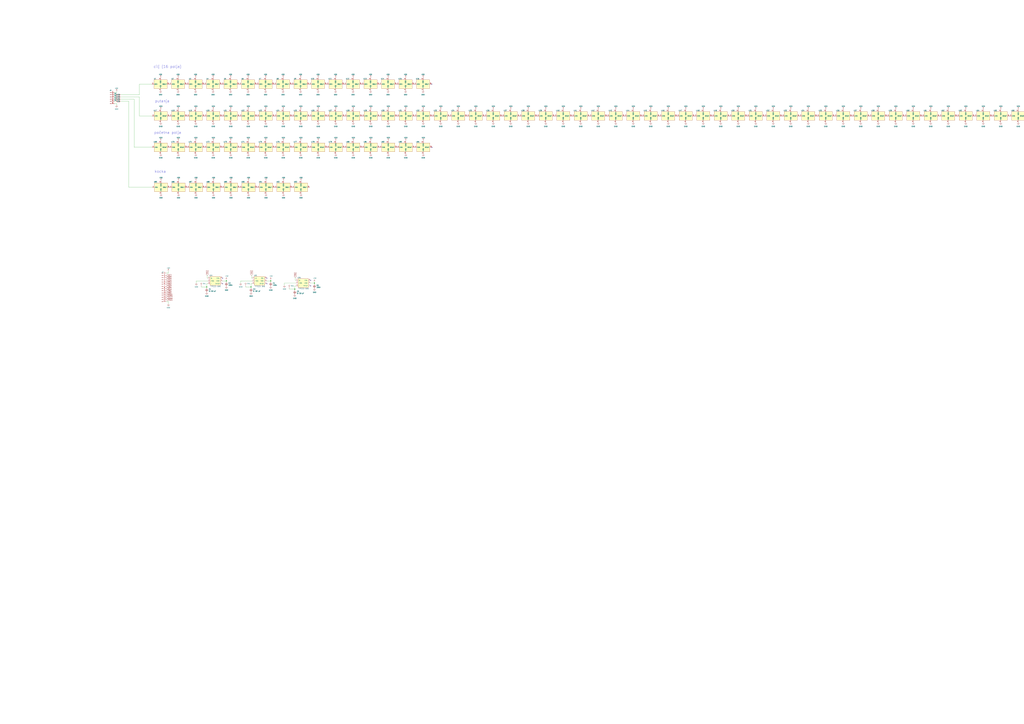
<source format=kicad_sch>
(kicad_sch (version 20211123) (generator eeschema)
  (paper "A0")
  (junction (at 262.89 326.39))
  (junction (at 342.265 335.915))
  (junction (at 314.325 326.39))
  (junction (at 365.125 328.93))
  (junction (at 240.03 333.375))
  (junction (at 291.465 333.375))
  (no_connect (at 258.445 323.215))
  (no_connect (at 258.445 329.565))
  (no_connect (at 309.88 329.565))
  (no_connect (at 501.65 171.196))
  (no_connect (at 309.88 323.215))
  (no_connect (at 501.396 97.79))
  (no_connect (at 360.68 332.105))
  (no_connect (at 1233.17 134.747))
  (no_connect (at 360.68 325.755))
  (wire (pts (xy 135.382 107.569) (xy 135.382 106.299)))
  (wire (pts (xy 240.665 323.215) (xy 241.3 323.215)))
  (wire (pts (xy 155.702 115.189) (xy 139.954 115.189)))
  (wire (pts (xy 262.89 326.39) (xy 262.89 327.66)))
  (wire (pts (xy 195.58 317.5) (xy 195.58 314.96)))
  (wire (pts (xy 227.965 328.93) (xy 227.965 326.39)))
  (wire (pts (xy 342.265 335.915) (xy 342.265 337.185)))
  (wire (pts (xy 139.954 110.109) (xy 161.925 110.109)))
  (wire (pts (xy 176.53 134.747) (xy 161.925 134.747)))
  (wire (pts (xy 132.842 115.189) (xy 134.874 115.189)))
  (wire (pts (xy 149.606 217.678) (xy 149.606 117.729)))
  (wire (pts (xy 132.842 110.109) (xy 134.874 110.109)))
  (wire (pts (xy 292.1 320.04) (xy 292.1 323.215)))
  (wire (pts (xy 155.702 171.196) (xy 155.702 115.189)))
  (wire (pts (xy 240.665 320.04) (xy 240.665 323.215)))
  (wire (pts (xy 365.125 328.93) (xy 365.125 327.66)))
  (wire (pts (xy 360.68 328.93) (xy 365.125 328.93)))
  (wire (pts (xy 132.842 112.649) (xy 134.874 112.649)))
  (wire (pts (xy 279.4 328.93) (xy 279.4 326.39)))
  (wire (pts (xy 291.465 329.565) (xy 291.465 333.375)))
  (wire (pts (xy 343.535 332.105) (xy 342.265 332.105)))
  (wire (pts (xy 193.04 317.5) (xy 195.58 317.5)))
  (wire (pts (xy 241.3 329.565) (xy 240.03 329.565)))
  (wire (pts (xy 149.606 117.729) (xy 139.954 117.729)))
  (wire (pts (xy 262.89 326.39) (xy 262.89 325.12)))
  (wire (pts (xy 335.915 335.28) (xy 335.915 335.915)))
  (wire (pts (xy 233.68 333.375) (xy 240.03 333.375)))
  (wire (pts (xy 365.125 328.93) (xy 365.125 330.2)))
  (wire (pts (xy 342.9 325.755) (xy 343.535 325.755)))
  (wire (pts (xy 135.382 122.174) (xy 135.382 120.269)))
  (wire (pts (xy 240.03 329.565) (xy 240.03 333.375)))
  (wire (pts (xy 161.925 134.747) (xy 161.925 112.649)))
  (wire (pts (xy 258.445 326.39) (xy 262.89 326.39)))
  (wire (pts (xy 314.325 326.39) (xy 314.325 325.12)))
  (wire (pts (xy 233.68 332.74) (xy 233.68 333.375)))
  (wire (pts (xy 132.842 117.729) (xy 134.874 117.729)))
  (wire (pts (xy 292.735 329.565) (xy 291.465 329.565)))
  (wire (pts (xy 161.925 97.79) (xy 176.276 97.79)))
  (wire (pts (xy 292.1 323.215) (xy 292.735 323.215)))
  (wire (pts (xy 314.325 326.39) (xy 314.325 327.66)))
  (wire (pts (xy 161.925 110.109) (xy 161.925 97.79)))
  (wire (pts (xy 285.115 332.74) (xy 285.115 333.375)))
  (wire (pts (xy 176.784 217.678) (xy 149.606 217.678)))
  (wire (pts (xy 342.265 332.105) (xy 342.265 335.915)))
  (wire (pts (xy 195.58 353.06) (xy 195.58 350.52)))
  (wire (pts (xy 135.382 120.269) (xy 132.842 120.269)))
  (wire (pts (xy 291.465 333.375) (xy 291.465 334.645)))
  (wire (pts (xy 309.88 326.39) (xy 314.325 326.39)))
  (wire (pts (xy 176.53 171.196) (xy 155.702 171.196)))
  (wire (pts (xy 279.4 326.39) (xy 292.735 326.39)))
  (wire (pts (xy 195.58 350.52) (xy 193.04 350.52)))
  (wire (pts (xy 342.9 322.58) (xy 342.9 325.755)))
  (wire (pts (xy 161.925 112.649) (xy 139.954 112.649)))
  (wire (pts (xy 335.915 335.915) (xy 342.265 335.915)))
  (wire (pts (xy 285.115 333.375) (xy 291.465 333.375)))
  (wire (pts (xy 227.965 326.39) (xy 241.3 326.39)))
  (wire (pts (xy 330.2 328.93) (xy 343.535 328.93)))
  (wire (pts (xy 240.03 333.375) (xy 240.03 334.645)))
  (wire (pts (xy 132.842 107.569) (xy 135.382 107.569)))
  (wire (pts (xy 330.2 331.47) (xy 330.2 328.93)))
  (text "putanja" (at 179.832 119.38 0) (effects (font (size 3 3)) (justify left bottom)))
  (text "kocka" (at 179.578 201.168 0) (effects (font (size 3 3)) (justify left bottom)))
  (text "početna polja" (at 179.07 155.956 0) (effects (font (size 3 3)) (justify left bottom)))
  (text "cilj (16 polja)" (at 178.181 79.375 0) (effects (font (size 3 3)) (justify left bottom)))
  (global_label "TP3" (shape input) (at 342.9 322.58 90) (property "Intersheet References" "${INTERSHEET_REFS}" (effects hide)))
  (global_label "TP2" (shape input) (at 292.1 320.04 90) (property "Intersheet References" "${INTERSHEET_REFS}" (effects hide)))
  (global_label "TP5" (shape input) (at 193.04 330.2 0) (property "Intersheet References" "${INTERSHEET_REFS}" (effects hide)))
  (global_label "TP2" (shape input) (at 193.04 322.58 0) (property "Intersheet References" "${INTERSHEET_REFS}" (effects hide)))
  (global_label "TP4" (shape input) (at 193.04 327.66 0) (property "Intersheet References" "${INTERSHEET_REFS}" (effects hide)))
  (global_label "TP1" (shape input) (at 240.665 320.04 90) (property "Intersheet References" "${INTERSHEET_REFS}" (effects hide)))
  (global_label "TP9" (shape input) (at 193.04 340.36 0) (property "Intersheet References" "${INTERSHEET_REFS}" (effects hide)))
  (global_label "TP3" (shape input) (at 193.04 325.12 0) (property "Intersheet References" "${INTERSHEET_REFS}" (effects hide)))
  (global_label "TP1" (shape input) (at 193.04 320.04 0) (property "Intersheet References" "${INTERSHEET_REFS}" (effects hide)))
  (global_label "TP7" (shape input) (at 193.04 335.28 0) (property "Intersheet References" "${INTERSHEET_REFS}" (effects hide)))
  (global_label "TP12" (shape input) (at 193.04 347.98 0) (property "Intersheet References" "${INTERSHEET_REFS}" (effects hide)))
  (global_label "TP10" (shape input) (at 193.04 342.9 0) (property "Intersheet References" "${INTERSHEET_REFS}" (effects hide)))
  (global_label "TP11" (shape input) (at 193.04 345.44 0) (property "Intersheet References" "${INTERSHEET_REFS}" (effects hide)))
  (global_label "TP8" (shape input) (at 193.04 337.82 0) (property "Intersheet References" "${INTERSHEET_REFS}" (effects hide)))
  (global_label "TP6" (shape input) (at 193.04 332.74 0) (property "Intersheet References" "${INTERSHEET_REFS}" (effects hide)))
  (symbol (lib_id "power:GND") (at 979.17 142.367 0) (unit 1)
    (property "Reference" "#PWR0191" (effects hide))
    (property "Value" "GND" (at 979.17 146.9295 0))
  )
  (symbol (lib_id "power:VDD") (at 329.184 210.058 0) (unit 1)
    (property "Reference" "#PWR053" (effects hide))
    (property "Value" "VDD" (at 329.184 206.4535 0))
  )
  (symbol (lib_id "power:GND") (at 267.97 178.816 0) (unit 1)
    (property "Reference" "#PWR0227" (effects hide))
    (property "Value" "GND" (at 267.97 183.3785 0))
  )
  (symbol (lib_id "power:VDD") (at 877.57 127.127 0) (unit 1)
    (property "Reference" "#PWR0152" (effects hide))
    (property "Value" "VDD" (at 877.57 123.5225 0))
  )
  (symbol (lib_id "Josip_symbol_global:WS2812-4020_dual") (at 694.69 134.747 0) (unit 1)
    (property "Reference" "U42" (at 688.34 128.397 0))
    (property "Value" "WS2812-4020_dual" (effects hide))
    (property "Footprint" "test_library:WS2812-4020-dual-7mm_bezMaske" (effects hide))
  )
  (symbol (lib_id "power:VDD") (at 410.21 127.127 0) (unit 1)
    (property "Reference" "#PWR0127" (effects hide))
    (property "Value" "VDD" (at 410.21 123.5225 0))
  )
  (symbol (lib_id "Josip_symbol_global:WS2812-4020_dual") (at 308.356 97.79 0) (unit 1)
    (property "Reference" "U7" (at 302.006 91.44 0))
    (property "Value" "WS2812-4020_dual" (effects hide))
    (property "Footprint" "test_library:WS2812-4020-dual-7mm_bezMaske" (effects hide))
  )
  (symbol (lib_id "Josip_symbol_global:WS2812-4020_dual") (at 857.25 134.747 0) (unit 1)
    (property "Reference" "U50" (at 850.9 128.397 0))
    (property "Value" "WS2812-4020_dual" (effects hide))
    (property "Footprint" "test_library:WS2812-4020-dual-7mm_bezMaske" (effects hide))
  )
  (symbol (lib_id "power:VDD") (at 979.17 127.127 0) (unit 1)
    (property "Reference" "#PWR0190" (effects hide))
    (property "Value" "VDD" (at 979.17 123.5225 0))
  )
  (symbol (lib_id "Josip_symbol_global:WS2812-4020_dual") (at 389.89 134.747 0) (unit 1)
    (property "Reference" "U27" (at 383.54 128.397 0))
    (property "Value" "WS2812-4020_dual" (effects hide))
    (property "Footprint" "test_library:WS2812-4020-dual-7mm_bezMaske" (effects hide))
  )
  (symbol (lib_id "Josip_symbol_global:WS2812-4020_dual") (at 1080.77 134.747 0) (unit 1)
    (property "Reference" "U61" (at 1074.42 128.397 0))
    (property "Value" "WS2812-4020_dual" (effects hide))
    (property "Footprint" "test_library:WS2812-4020-dual-7mm_bezMaske" (effects hide))
  )
  (symbol (lib_id "power:VDD") (at 572.77 127.127 0) (unit 1)
    (property "Reference" "#PWR0167" (effects hide))
    (property "Value" "VDD" (at 572.77 123.5225 0))
  )
  (symbol (lib_id "power:GND") (at 342.265 342.265 0) (unit 1)
    (property "Reference" "#PWR0240" (effects hide))
    (property "Value" "GND" (at 342.392 346.6592 0))
  )
  (symbol (lib_id "Device:C_Small") (at 342.265 339.725 0) (unit 1)
    (property "Reference" "C5" (at 344.6018 338.5566 0) (effects (justify left)))
    (property "Value" "0-50 pF" (at 344.6018 340.868 0) (effects (justify left)))
    (property "Footprint" "Capacitor_SMD:C_0805_2012Metric" (effects hide))
  )
  (symbol (lib_id "Device:C_Small") (at 262.89 330.2 0) (unit 1)
    (property "Reference" "C2" (at 265.2268 329.0316 0) (effects (justify left)))
    (property "Value" "100n" (at 265.2268 331.343 0) (effects (justify left)))
    (property "Footprint" "Capacitor_SMD:C_0805_2012Metric" (effects hide))
  )
  (symbol (lib_id "Josip_symbol_global:WS2812-4020_dual") (at 1141.73 134.747 0) (unit 1)
    (property "Reference" "U64" (at 1135.38 128.397 0))
    (property "Value" "WS2812-4020_dual" (effects hide))
    (property "Footprint" "test_library:WS2812-4020-dual-7mm_bezMaske" (effects hide))
  )
  (symbol (lib_id "power:VDD") (at 796.29 127.127 0) (unit 1)
    (property "Reference" "#PWR0144" (effects hide))
    (property "Value" "VDD" (at 796.29 123.5225 0))
  )
  (symbol (lib_id "power:VDD") (at 369.57 127.127 0) (unit 1)
    (property "Reference" "#PWR0126" (effects hide))
    (property "Value" "VDD" (at 369.57 123.5225 0))
  )
  (symbol (lib_id "Josip_symbol_global:WS2812-4020_dual") (at 532.13 134.747 0) (unit 1)
    (property "Reference" "U34" (at 525.78 128.397 0))
    (property "Value" "WS2812-4020_dual" (effects hide))
    (property "Footprint" "test_library:WS2812-4020-dual-7mm_bezMaske" (effects hide))
  )
  (symbol (lib_id "power:GND") (at 593.09 142.367 0) (unit 1)
    (property "Reference" "#PWR0163" (effects hide))
    (property "Value" "GND" (at 593.09 146.9295 0))
  )
  (symbol (lib_id "Josip_symbol_global:WS2812-4020_dual") (at 897.89 134.747 0) (unit 1)
    (property "Reference" "U52" (at 891.54 128.397 0))
    (property "Value" "WS2812-4020_dual" (effects hide))
    (property "Footprint" "test_library:WS2812-4020-dual-7mm_bezMaske" (effects hide))
  )
  (symbol (lib_id "power:VDD") (at 715.01 127.127 0) (unit 1)
    (property "Reference" "#PWR0148" (effects hide))
    (property "Value" "VDD" (at 715.01 123.5225 0))
  )
  (symbol (lib_id "Josip_symbol_global:WS2812-4020_dual") (at 491.49 171.196 0) (unit 1)
    (property "Reference" "U84" (at 485.14 164.846 0))
    (property "Value" "WS2812-4020_dual" (effects hide))
    (property "Footprint" "test_library:WS2812-4020-dual-7mm_bezMaske" (effects hide))
  )
  (symbol (lib_id "power:GND") (at 348.996 105.41 0) (unit 1)
    (property "Reference" "#PWR020" (effects hide))
    (property "Value" "GND" (at 348.996 109.9725 0))
  )
  (symbol (lib_id "power:GND") (at 470.916 105.41 0) (unit 1)
    (property "Reference" "#PWR0112" (effects hide))
    (property "Value" "GND" (at 470.916 109.9725 0))
  )
  (symbol (lib_id "Device:C_Small") (at 365.125 332.74 0) (unit 1)
    (property "Reference" "C6" (at 367.4618 331.5716 0) (effects (justify left)))
    (property "Value" "100n" (at 367.4618 333.883 0) (effects (justify left)))
    (property "Footprint" "Capacitor_SMD:C_0805_2012Metric" (effects hide))
  )
  (symbol (lib_id "Device:C_Small") (at 240.03 337.185 0) (unit 1)
    (property "Reference" "C1" (at 242.3668 336.0166 0) (effects (justify left)))
    (property "Value" "0-50 pF" (at 242.3668 338.328 0) (effects (justify left)))
    (property "Footprint" "Capacitor_SMD:C_0805_2012Metric" (effects hide))
  )
  (symbol (lib_id "Josip_symbol_global:WS2812-4020_dual") (at 471.17 171.196 0) (unit 1)
    (property "Reference" "U83" (at 464.82 164.846 0))
    (property "Value" "WS2812-4020_dual" (effects hide))
    (property "Footprint" "test_library:WS2812-4020-dual-7mm_bezMaske" (effects hide))
  )
  (symbol (lib_id "power:VDD") (at 755.65 127.127 0) (unit 1)
    (property "Reference" "#PWR0139" (effects hide))
    (property "Value" "VDD" (at 755.65 123.5225 0))
  )
  (symbol (lib_id "Josip_symbol_global:WS2812-4020_dual") (at 633.73 134.747 0) (unit 1)
    (property "Reference" "U39" (at 627.38 128.397 0))
    (property "Value" "WS2812-4020_dual" (effects hide))
    (property "Footprint" "test_library:WS2812-4020-dual-7mm_bezMaske" (effects hide))
  )
  (symbol (lib_id "power:VDD") (at 674.37 127.127 0) (unit 1)
    (property "Reference" "#PWR0162" (effects hide))
    (property "Value" "VDD" (at 674.37 123.5225 0))
  )
  (symbol (lib_id "power:VDD") (at 532.13 127.127 0) (unit 1)
    (property "Reference" "#PWR0124" (effects hide))
    (property "Value" "VDD" (at 532.13 123.5225 0))
  )
  (symbol (lib_id "Josip_symbol_global:WS2812-4020_dual") (at 186.436 97.79 0) (unit 1)
    (property "Reference" "U1" (at 180.086 91.44 0))
    (property "Value" "WS2812-4020_dual" (effects hide))
    (property "Footprint" "test_library:WS2812-4020-dual-7mm_bezMaske" (effects hide))
  )
  (symbol (lib_id "Josip_symbol_global:WS2812-4020_dual") (at 796.29 134.747 0) (unit 1)
    (property "Reference" "U47" (at 789.94 128.397 0))
    (property "Value" "WS2812-4020_dual" (effects hide))
    (property "Footprint" "test_library:WS2812-4020-dual-7mm_bezMaske" (effects hide))
  )
  (symbol (lib_id "power:VDD") (at 430.276 90.17 0) (unit 1)
    (property "Reference" "#PWR0107" (effects hide))
    (property "Value" "VDD" (at 430.276 86.5655 0))
  )
  (symbol (lib_id "power:VDD") (at 1182.37 127.127 0) (unit 1)
    (property "Reference" "#PWR0185" (effects hide))
    (property "Value" "VDD" (at 1182.37 123.5225 0))
  )
  (symbol (lib_id "Josip_symbol_global:WS2812-4020_dual") (at 369.57 171.196 0) (unit 1)
    (property "Reference" "U78" (at 363.22 164.846 0))
    (property "Value" "WS2812-4020_dual" (effects hide))
    (property "Footprint" "test_library:WS2812-4020-dual-7mm_bezMaske" (effects hide))
  )
  (symbol (lib_id "power:GND") (at 674.37 142.367 0) (unit 1)
    (property "Reference" "#PWR0161" (effects hide))
    (property "Value" "GND" (at 674.37 146.9295 0))
  )
  (symbol (lib_id "power:GND") (at 268.224 225.298 0) (unit 1)
    (property "Reference" "#PWR048" (effects hide))
    (property "Value" "GND" (at 268.224 229.8605 0))
  )
  (symbol (lib_id "Josip_symbol_global:WS2812-4020_dual") (at 247.904 217.678 0) (unit 1)
    (property "Reference" "U88" (at 241.554 211.328 0))
    (property "Value" "WS2812-4020_dual" (effects hide))
    (property "Footprint" "test_library:WS2812-4020-single-6mm_bezMaske" (effects hide))
  )
  (symbol (lib_id "Josip_symbol_global:WS2812-4020_dual") (at 349.25 134.747 0) (unit 1)
    (property "Reference" "U25" (at 342.9 128.397 0))
    (property "Value" "WS2812-4020_dual" (effects hide))
    (property "Footprint" "test_library:WS2812-4020-dual-7mm_bezMaske" (effects hide))
  )
  (symbol (lib_id "Josip_symbol_global:WS2812-4020_dual") (at 674.37 134.747 0) (unit 1)
    (property "Reference" "U41" (at 668.02 128.397 0))
    (property "Value" "WS2812-4020_dual" (effects hide))
    (property "Footprint" "test_library:WS2812-4020-dual-7mm_bezMaske" (effects hide))
  )
  (symbol (lib_id "power:GND") (at 430.53 142.367 0) (unit 1)
    (property "Reference" "#PWR0128" (effects hide))
    (property "Value" "GND" (at 430.53 146.9295 0))
  )
  (symbol (lib_id "Josip_symbol_global:WS2812-4020_dual") (at 1019.81 134.747 0) (unit 1)
    (property "Reference" "U58" (at 1013.46 128.397 0))
    (property "Value" "WS2812-4020_dual" (effects hide))
    (property "Footprint" "test_library:WS2812-4020-dual-7mm_bezMaske" (effects hide))
  )
  (symbol (lib_id "Josip_symbol_global:WS2812-4020_dual") (at 715.01 134.747 0) (unit 1)
    (property "Reference" "U43" (at 708.66 128.397 0))
    (property "Value" "WS2812-4020_dual" (effects hide))
    (property "Footprint" "test_library:WS2812-4020-dual-7mm_bezMaske" (effects hide))
  )
  (symbol (lib_id "Josip_symbol_global:WS2812-4020_dual") (at 491.236 97.79 0) (unit 1)
    (property "Reference" "U16" (at 484.886 91.44 0))
    (property "Value" "WS2812-4020_dual" (effects hide))
    (property "Footprint" "test_library:WS2812-4020-dual-7mm_bezMaske" (effects hide))
  )
  (symbol (lib_id "Josip_symbol_global:WS2812-4020_dual") (at 369.57 134.747 0) (unit 1)
    (property "Reference" "U26" (at 363.22 128.397 0))
    (property "Value" "WS2812-4020_dual" (effects hide))
    (property "Footprint" "test_library:WS2812-4020-dual-7mm_bezMaske" (effects hide))
  )
  (symbol (lib_id "power:VDD") (at 288.29 127.127 0) (unit 1)
    (property "Reference" "#PWR031" (effects hide))
    (property "Value" "VDD" (at 288.29 123.5225 0))
  )
  (symbol (lib_id "Josip_symbol_global:WS2812-4020_dual") (at 288.29 134.747 0) (unit 1)
    (property "Reference" "U22" (at 281.94 128.397 0))
    (property "Value" "WS2812-4020_dual" (effects hide))
    (property "Footprint" "test_library:WS2812-4020-dual-7mm_bezMaske" (effects hide))
  )
  (symbol (lib_id "power:GND") (at 836.93 142.367 0) (unit 1)
    (property "Reference" "#PWR0135" (effects hide))
    (property "Value" "GND" (at 836.93 146.9295 0))
  )
  (symbol (lib_id "Josip_symbol_global:WS2812-4020_dual") (at 227.33 134.747 0) (unit 1)
    (property "Reference" "U19" (at 220.98 128.397 0))
    (property "Value" "WS2812-4020_dual" (effects hide))
    (property "Footprint" "test_library:WS2812-4020-dual-7mm_bezMaske" (effects hide))
  )
  (symbol (lib_id "power:GND") (at 735.33 142.367 0) (unit 1)
    (property "Reference" "#PWR0141" (effects hide))
    (property "Value" "GND" (at 735.33 146.9295 0))
  )
  (symbol (lib_id "Josip_symbol_global:WS2812-4020_dual") (at 349.504 217.678 0) (unit 1)
    (property "Reference" "U93" (at 343.154 211.328 0))
    (property "Value" "WS2812-4020_dual" (effects hide))
    (property "Footprint" "test_library:WS2812-4020-single-6mm_bezMaske" (effects hide))
  )
  (symbol (lib_id "power:VDD") (at 1019.81 127.127 0) (unit 1)
    (property "Reference" "#PWR0194" (effects hide))
    (property "Value" "VDD" (at 1019.81 123.5225 0))
  )
  (symbol (lib_id "Josip_symbol_global:WS2812-4020_dual") (at 369.316 97.79 0) (unit 1)
    (property "Reference" "U10" (at 362.966 91.44 0))
    (property "Value" "WS2812-4020_dual" (effects hide))
    (property "Footprint" "test_library:WS2812-4020-dual-7mm_bezMaske" (effects hide))
  )
  (symbol (lib_id "power:VDD") (at 857.25 127.127 0) (unit 1)
    (property "Reference" "#PWR0133" (effects hide))
    (property "Value" "VDD" (at 857.25 123.5225 0))
  )
  (symbol (lib_id "power:VDD") (at 186.436 90.17 0) (unit 1)
    (property "Reference" "#PWR03" (effects hide))
    (property "Value" "VDD" (at 186.436 86.5655 0))
  )
  (symbol (lib_id "power:GND") (at 450.596 105.41 0) (unit 1)
    (property "Reference" "#PWR0103" (effects hide))
    (property "Value" "GND" (at 450.596 109.9725 0))
  )
  (symbol (lib_id "Josip_symbol_global:WS2812-4020_dual") (at 1182.37 134.747 0) (unit 1)
    (property "Reference" "U66" (at 1176.02 128.397 0))
    (property "Value" "WS2812-4020_dual" (effects hide))
    (property "Footprint" "test_library:WS2812-4020-dual-7mm_bezMaske" (effects hide))
  )
  (symbol (lib_id "power:VDD") (at 1080.77 127.127 0) (unit 1)
    (property "Reference" "#PWR0178" (effects hide))
    (property "Value" "VDD" (at 1080.77 123.5225 0))
  )
  (symbol (lib_id "power:GND") (at 1223.01 142.367 0) (unit 1)
    (property "Reference" "#PWR0174" (effects hide))
    (property "Value" "GND" (at 1223.01 146.9295 0))
  )
  (symbol (lib_id "Josip_symbol_global:WS2812-4020_dual") (at 877.57 134.747 0) (unit 1)
    (property "Reference" "U51" (at 871.22 128.397 0))
    (property "Value" "WS2812-4020_dual" (effects hide))
    (property "Footprint" "test_library:WS2812-4020-dual-7mm_bezMaske" (effects hide))
  )
  (symbol (lib_id "power:GND") (at 816.61 142.367 0) (unit 1)
    (property "Reference" "#PWR0143" (effects hide))
    (property "Value" "GND" (at 816.61 146.9295 0))
  )
  (symbol (lib_id "Josip_symbol_global:WS2812-4020_dual") (at 247.65 134.747 0) (unit 1)
    (property "Reference" "U20" (at 241.3 128.397 0))
    (property "Value" "WS2812-4020_dual" (effects hide))
    (property "Footprint" "test_library:WS2812-4020-dual-7mm_bezMaske" (effects hide))
  )
  (symbol (lib_id "power:GND") (at 491.49 178.816 0) (unit 1)
    (property "Reference" "#PWR0232" (effects hide))
    (property "Value" "GND" (at 491.49 183.3785 0))
  )
  (symbol (lib_id "power:VDD") (at 247.904 210.058 0) (unit 1)
    (property "Reference" "#PWR045" (effects hide))
    (property "Value" "VDD" (at 247.904 206.4535 0))
  )
  (symbol (lib_id "power:GND") (at 450.85 178.816 0) (unit 1)
    (property "Reference" "#PWR0204" (effects hide))
    (property "Value" "GND" (at 450.85 183.3785 0))
  )
  (symbol (lib_id "Josip_symbol_global:WS2812-4020_dual") (at 836.93 134.747 0) (unit 1)
    (property "Reference" "U49" (at 830.58 128.397 0))
    (property "Value" "WS2812-4020_dual" (effects hide))
    (property "Footprint" "test_library:WS2812-4020-dual-7mm_bezMaske" (effects hide))
  )
  (symbol (lib_id "power:GND") (at 288.036 105.41 0) (unit 1)
    (property "Reference" "#PWR014" (effects hide))
    (property "Value" "GND" (at 288.036 109.9725 0))
  )
  (symbol (lib_id "Josip_symbol_global:WS2812-4020_dual") (at 979.17 134.747 0) (unit 1)
    (property "Reference" "U56" (at 972.82 128.397 0))
    (property "Value" "WS2812-4020_dual" (effects hide))
    (property "Footprint" "test_library:WS2812-4020-dual-7mm_bezMaske" (effects hide))
  )
  (symbol (lib_id "Josip_symbol_global:WS2812-4020_dual") (at 450.596 97.79 0) (unit 1)
    (property "Reference" "U14" (at 444.246 91.44 0))
    (property "Value" "WS2812-4020_dual" (effects hide))
    (property "Footprint" "test_library:WS2812-4020-dual-7mm_bezMaske" (effects hide))
  )
  (symbol (lib_id "power:+5V") (at 365.125 327.66 0) (unit 1)
    (property "Reference" "#PWR0246" (effects hide))
    (property "Value" "+5V" (at 365.506 323.2658 0))
  )
  (symbol (lib_id "power:GND") (at 227.33 178.816 0) (unit 1)
    (property "Reference" "#PWR0214" (effects hide))
    (property "Value" "GND" (at 227.33 183.3785 0))
  )
  (symbol (lib_id "power:GND") (at 206.756 105.41 0) (unit 1)
    (property "Reference" "#PWR06" (effects hide))
    (property "Value" "GND" (at 206.756 109.9725 0))
  )
  (symbol (lib_id "power:GND") (at 186.436 105.41 0) (unit 1)
    (property "Reference" "#PWR04" (effects hide))
    (property "Value" "GND" (at 186.436 109.9725 0))
  )
  (symbol (lib_id "power:GND") (at 349.25 142.367 0) (unit 1)
    (property "Reference" "#PWR038" (effects hide))
    (property "Value" "GND" (at 349.25 146.9295 0))
  )
  (symbol (lib_id "power:VDD") (at 735.33 127.127 0) (unit 1)
    (property "Reference" "#PWR0146" (effects hide))
    (property "Value" "VDD" (at 735.33 123.5225 0))
  )
  (symbol (lib_id "power:GND") (at 186.944 225.298 0) (unit 1)
    (property "Reference" "#PWR040" (effects hide))
    (property "Value" "GND" (at 186.944 229.8605 0))
  )
  (symbol (lib_id "power:VDD") (at 227.584 210.058 0) (unit 1)
    (property "Reference" "#PWR043" (effects hide))
    (property "Value" "VDD" (at 227.584 206.4535 0))
  )
  (symbol (lib_id "power:GND") (at 633.73 142.367 0) (unit 1)
    (property "Reference" "#PWR0158" (effects hide))
    (property "Value" "GND" (at 633.73 146.9295 0))
  )
  (symbol (lib_id "power:GND") (at 349.25 178.816 0) (unit 1)
    (property "Reference" "#PWR0220" (effects hide))
    (property "Value" "GND" (at 349.25 183.3785 0))
  )
  (symbol (lib_id "power:GND") (at 1080.77 142.367 0) (unit 1)
    (property "Reference" "#PWR0179" (effects hide))
    (property "Value" "GND" (at 1080.77 146.9295 0))
  )
  (symbol (lib_id "power:VDD") (at 267.97 163.576 0) (unit 1)
    (property "Reference" "#PWR0225" (effects hide))
    (property "Value" "VDD" (at 267.97 159.9715 0))
  )
  (symbol (lib_id "power:GND") (at 279.4 328.93 0) (unit 1)
    (property "Reference" "#PWR0239" (effects hide))
    (property "Value" "GND" (at 279.527 333.3242 0))
  )
  (symbol (lib_id "Josip_symbol_global:WS2812-4020_dual") (at 999.49 134.747 0) (unit 1)
    (property "Reference" "U57" (at 993.14 128.397 0))
    (property "Value" "WS2812-4020_dual" (effects hide))
    (property "Footprint" "test_library:WS2812-4020-dual-7mm_bezMaske" (effects hide))
  )
  (symbol (lib_id "power:GND") (at 369.316 105.41 0) (unit 1)
    (property "Reference" "#PWR0109" (effects hide))
    (property "Value" "GND" (at 369.316 109.9725 0))
  )
  (symbol (lib_id "Device:R_Small") (at 137.414 112.649 90) (unit 1)
    (property "Reference" "R2" (at 134.112 111.379 90))
    (property "Value" "470" (at 137.414 112.649 90) (effects (font (size 1 1))))
    (property "Footprint" "Resistor_SMD:R_0805_2012Metric" (effects hide))
  )
  (symbol (lib_id "power:VDD") (at 694.69 127.127 0) (unit 1)
    (property "Reference" "#PWR0149" (effects hide))
    (property "Value" "VDD" (at 694.69 123.5225 0))
  )
  (symbol (lib_id "power:VDD") (at 654.05 127.127 0) (unit 1)
    (property "Reference" "#PWR0160" (effects hide))
    (property "Value" "VDD" (at 654.05 123.5225 0))
  )
  (symbol (lib_id "Josip_symbol_global:WS2812-4020_dual") (at 1162.05 134.747 0) (unit 1)
    (property "Reference" "U65" (at 1155.7 128.397 0))
    (property "Value" "WS2812-4020_dual" (effects hide))
    (property "Footprint" "test_library:WS2812-4020-dual-7mm_bezMaske" (effects hide))
  )
  (symbol (lib_id "power:GND") (at 186.69 178.816 0) (unit 1)
    (property "Reference" "#PWR0209" (effects hide))
    (property "Value" "GND" (at 186.69 183.3785 0))
  )
  (symbol (lib_id "power:GND") (at 938.53 142.367 0) (unit 1)
    (property "Reference" "#PWR0199" (effects hide))
    (property "Value" "GND" (at 938.53 146.9295 0))
  )
  (symbol (lib_id "power:GND") (at 471.17 142.367 0) (unit 1)
    (property "Reference" "#PWR0115" (effects hide))
    (property "Value" "GND" (at 471.17 146.9295 0))
  )
  (symbol (lib_id "Josip_symbol_global:WS2812-4020_dual") (at 207.01 171.196 0) (unit 1)
    (property "Reference" "U70" (at 200.66 164.846 0))
    (property "Value" "WS2812-4020_dual" (effects hide))
    (property "Footprint" "test_library:WS2812-4020-dual-7mm_bezMaske" (effects hide))
  )
  (symbol (lib_id "power:VDD") (at 349.504 210.058 0) (unit 1)
    (property "Reference" "#PWR055" (effects hide))
    (property "Value" "VDD" (at 349.504 206.4535 0))
  )
  (symbol (lib_id "power:GND") (at 715.01 142.367 0) (unit 1)
    (property "Reference" "#PWR0150" (effects hide))
    (property "Value" "GND" (at 715.01 146.9295 0))
  )
  (symbol (lib_id "power:GND") (at 409.956 105.41 0) (unit 1)
    (property "Reference" "#PWR0104" (effects hide))
    (property "Value" "GND" (at 409.956 109.9725 0))
  )
  (symbol (lib_id "power:VDD") (at 430.53 163.576 0) (unit 1)
    (property "Reference" "#PWR0205" (effects hide))
    (property "Value" "VDD" (at 430.53 159.9715 0))
  )
  (symbol (lib_id "Connector:Conn_01x06_Male") (at 127.762 112.649 0) (unit 1)
    (property "Reference" "J1" (at 128.397 105.029 0))
    (property "Value" "Conn_01x06_Male" (effects hide))
    (property "Footprint" "Connector_PinHeader_2.54mm:PinHeader_1x06_P2.54mm_Horizontal" (effects hide))
  )
  (symbol (lib_id "power:GND") (at 227.584 225.298 0) (unit 1)
    (property "Reference" "#PWR044" (effects hide))
    (property "Value" "GND" (at 227.584 229.8605 0))
  )
  (symbol (lib_id "Josip_symbol_global:WS2812-4020_dual") (at 186.69 171.196 0) (unit 1)
    (property "Reference" "U69" (at 180.34 164.846 0))
    (property "Value" "WS2812-4020_dual" (effects hide))
    (property "Footprint" "test_library:WS2812-4020-dual-7mm_bezMaske" (effects hide))
  )
  (symbol (lib_id "Josip_symbol_global:WS2812-4020_dual") (at 227.584 217.678 0) (unit 1)
    (property "Reference" "U87" (at 221.234 211.328 0))
    (property "Value" "WS2812-4020_dual" (effects hide))
    (property "Footprint" "test_library:WS2812-4020-single-6mm_bezMaske" (effects hide))
  )
  (symbol (lib_id "power:VDD") (at 328.676 90.17 0) (unit 1)
    (property "Reference" "#PWR017" (effects hide))
    (property "Value" "VDD" (at 328.676 86.5655 0))
  )
  (symbol (lib_id "power:GND") (at 613.41 142.367 0) (unit 1)
    (property "Reference" "#PWR0157" (effects hide))
    (property "Value" "GND" (at 613.41 146.9295 0))
  )
  (symbol (lib_id "power:GND") (at 491.49 142.367 0) (unit 1)
    (property "Reference" "#PWR0116" (effects hide))
    (property "Value" "GND" (at 491.49 146.9295 0))
  )
  (symbol (lib_id "power:GND") (at 328.93 178.816 0) (unit 1)
    (property "Reference" "#PWR0218" (effects hide))
    (property "Value" "GND" (at 328.93 183.3785 0))
  )
  (symbol (lib_id "Josip_symbol_global:WS2812-4020_dual") (at 1040.13 134.747 0) (unit 1)
    (property "Reference" "U59" (at 1033.78 128.397 0))
    (property "Value" "WS2812-4020_dual" (effects hide))
    (property "Footprint" "test_library:WS2812-4020-dual-7mm_bezMaske" (effects hide))
  )
  (symbol (lib_id "Josip_symbol_global:WS2812-4020_dual") (at 1101.09 134.747 0) (unit 1)
    (property "Reference" "U62" (at 1094.74 128.397 0))
    (property "Value" "WS2812-4020_dual" (effects hide))
    (property "Footprint" "test_library:WS2812-4020-dual-7mm_bezMaske" (effects hide))
  )
  (symbol (lib_id "power:VDD") (at 471.17 127.127 0) (unit 1)
    (property "Reference" "#PWR0119" (effects hide))
    (property "Value" "VDD" (at 471.17 123.5225 0))
  )
  (symbol (lib_id "Josip_symbol_global:WS2812-4020_dual") (at 470.916 97.79 0) (unit 1)
    (property "Reference" "U15" (at 464.566 91.44 0))
    (property "Value" "WS2812-4020_dual" (effects hide))
    (property "Footprint" "test_library:WS2812-4020-dual-7mm_bezMaske" (effects hide))
  )
  (symbol (lib_id "Josip_symbol_global:WS2812-4020_dual") (at 450.85 134.747 0) (unit 1)
    (property "Reference" "U30" (at 444.5 128.397 0))
    (property "Value" "WS2812-4020_dual" (effects hide))
    (property "Footprint" "test_library:WS2812-4020-dual-7mm_bezMaske" (effects hide))
  )
  (symbol (lib_id "power:GND") (at 247.65 178.816 0) (unit 1)
    (property "Reference" "#PWR0212" (effects hide))
    (property "Value" "GND" (at 247.65 183.3785 0))
  )
  (symbol (lib_id "power:VDD") (at 552.45 127.127 0) (unit 1)
    (property "Reference" "#PWR0168" (effects hide))
    (property "Value" "VDD" (at 552.45 123.5225 0))
  )
  (symbol (lib_id "power:VDD") (at 267.97 127.127 0) (unit 1)
    (property "Reference" "#PWR029" (effects hide))
    (property "Value" "VDD" (at 267.97 123.5225 0))
  )
  (symbol (lib_id "power:VDD") (at 999.49 127.127 0) (unit 1)
    (property "Reference" "#PWR0193" (effects hide))
    (property "Value" "VDD" (at 999.49 123.5225 0))
  )
  (symbol (lib_id "power:VDD") (at 410.21 163.576 0) (unit 1)
    (property "Reference" "#PWR0207" (effects hide))
    (property "Value" "VDD" (at 410.21 159.9715 0))
  )
  (symbol (lib_id "power:VDD") (at 1101.09 127.127 0) (unit 1)
    (property "Reference" "#PWR0170" (effects hide))
    (property "Value" "VDD" (at 1101.09 123.5225 0))
  )
  (symbol (lib_id "Josip_symbol_global:WS2812-4020_dual") (at 207.264 217.678 0) (unit 1)
    (property "Reference" "U86" (at 200.914 211.328 0))
    (property "Value" "WS2812-4020_dual" (effects hide))
    (property "Footprint" "test_library:WS2812-4020-single-6mm_bezMaske" (effects hide))
  )
  (symbol (lib_id "power:VDD") (at 1223.01 127.127 0) (unit 1)
    (property "Reference" "#PWR0175" (effects hide))
    (property "Value" "VDD" (at 1223.01 123.5225 0))
  )
  (symbol (lib_id "power:VDD") (at 836.93 127.127 0) (unit 1)
    (property "Reference" "#PWR0134" (effects hide))
    (property "Value" "VDD" (at 836.93 123.5225 0))
  )
  (symbol (lib_id "ttp223-ba6:TTP223-BA6") (at 249.555 331.47 0) (unit 1)
    (property "Reference" "U94" (at 245.11 320.04 0))
    (property "Value" "TTP223-BA6" (at 250.19 332.74 0))
    (property "Footprint" "Package_TO_SOT_SMD:SOT-23-6" (effects hide))
  )
  (symbol (lib_id "power:GND") (at 999.49 142.367 0) (unit 1)
    (property "Reference" "#PWR0192" (effects hide))
    (property "Value" "GND" (at 999.49 146.9295 0))
  )
  (symbol (lib_id "power:GND") (at 288.29 178.816 0) (unit 1)
    (property "Reference" "#PWR0228" (effects hide))
    (property "Value" "GND" (at 288.29 183.3785 0))
  )
  (symbol (lib_id "power:VDD") (at 288.036 90.17 0) (unit 1)
    (property "Reference" "#PWR013" (effects hide))
    (property "Value" "VDD" (at 288.036 86.5655 0))
  )
  (symbol (lib_id "Josip_symbol_global:WS2812-4020_dual") (at 1202.69 134.747 0) (unit 1)
    (property "Reference" "U67" (at 1196.34 128.397 0))
    (property "Value" "WS2812-4020_dual" (effects hide))
    (property "Footprint" "test_library:WS2812-4020-dual-7mm_bezMaske" (effects hide))
  )
  (symbol (lib_id "power:VDD") (at 207.264 210.058 0) (unit 1)
    (property "Reference" "#PWR041" (effects hide))
    (property "Value" "VDD" (at 207.264 206.4535 0))
  )
  (symbol (lib_id "power:GND") (at 1040.13 142.367 0) (unit 1)
    (property "Reference" "#PWR0195" (effects hide))
    (property "Value" "GND" (at 1040.13 146.9295 0))
  )
  (symbol (lib_id "power:GND") (at 1202.69 142.367 0) (unit 1)
    (property "Reference" "#PWR0173" (effects hide))
    (property "Value" "GND" (at 1202.69 146.9295 0))
  )
  (symbol (lib_id "power:VDD") (at 247.65 127.127 0) (unit 1)
    (property "Reference" "#PWR027" (effects hide))
    (property "Value" "VDD" (at 247.65 123.5225 0))
  )
  (symbol (lib_id "power:VDD") (at 450.85 163.576 0) (unit 1)
    (property "Reference" "#PWR0201" (effects hide))
    (property "Value" "VDD" (at 450.85 159.9715 0))
  )
  (symbol (lib_id "ttp223-ba6:TTP223-BA6") (at 351.79 334.01 0) (unit 1)
    (property "Reference" "U96" (at 347.345 322.58 0))
    (property "Value" "TTP223-BA6" (at 352.425 335.28 0))
    (property "Footprint" "Package_TO_SOT_SMD:SOT-23-6" (effects hide))
  )
  (symbol (lib_id "power:GND") (at 227.965 328.93 0) (unit 1)
    (property "Reference" "#PWR0236" (effects hide))
    (property "Value" "GND" (at 228.092 333.3242 0))
  )
  (symbol (lib_id "Josip_symbol_global:WS2812-4020_dual") (at 389.636 97.79 0) (unit 1)
    (property "Reference" "U11" (at 383.286 91.44 0))
    (property "Value" "WS2812-4020_dual" (effects hide))
    (property "Footprint" "test_library:WS2812-4020-dual-7mm_bezMaske" (effects hide))
  )
  (symbol (lib_id "Josip_symbol_global:WS2812-4020_dual") (at 491.49 134.747 0) (unit 1)
    (property "Reference" "U32" (at 485.14 128.397 0))
    (property "Value" "WS2812-4020_dual" (effects hide))
    (property "Footprint" "test_library:WS2812-4020-dual-7mm_bezMaske" (effects hide))
  )
  (symbol (lib_id "power:GND") (at 207.264 225.298 0) (unit 1)
    (property "Reference" "#PWR042" (effects hide))
    (property "Value" "GND" (at 207.264 229.8605 0))
  )
  (symbol (lib_id "power:GND") (at 1141.73 142.367 0) (unit 1)
    (property "Reference" "#PWR0181" (effects hide))
    (property "Value" "GND" (at 1141.73 146.9295 0))
  )
  (symbol (lib_id "power:GND") (at 511.81 142.367 0) (unit 1)
    (property "Reference" "#PWR0123" (effects hide))
    (property "Value" "GND" (at 511.81 146.9295 0))
  )
  (symbol (lib_id "power:VDD") (at 491.49 127.127 0) (unit 1)
    (property "Reference" "#PWR0117" (effects hide))
    (property "Value" "VDD" (at 491.49 123.5225 0))
  )
  (symbol (lib_id "power:GND") (at 262.89 332.74 0) (unit 1)
    (property "Reference" "#PWR0233" (effects hide))
    (property "Value" "GND" (at 263.017 337.1342 0))
  )
  (symbol (lib_id "power:GND") (at 349.504 225.298 0) (unit 1)
    (property "Reference" "#PWR056" (effects hide))
    (property "Value" "GND" (at 349.504 229.8605 0))
  )
  (symbol (lib_id "power:+5V") (at 262.89 325.12 0) (unit 1)
    (property "Reference" "#PWR0234" (effects hide))
    (property "Value" "+5V" (at 263.271 320.7258 0))
  )
  (symbol (lib_id "Josip_symbol_global:WS2812-4020_dual") (at 288.544 217.678 0) (unit 1)
    (property "Reference" "U90" (at 282.194 211.328 0))
    (property "Value" "WS2812-4020_dual" (effects hide))
    (property "Footprint" "test_library:WS2812-4020-single-6mm_bezMaske" (effects hide))
  )
  (symbol (lib_id "power:VDD") (at 328.93 163.576 0) (unit 1)
    (property "Reference" "#PWR0219" (effects hide))
    (property "Value" "VDD" (at 328.93 159.9715 0))
  )
  (symbol (lib_id "power:VDD") (at 308.61 163.576 0) (unit 1)
    (property "Reference" "#PWR0230" (effects hide))
    (property "Value" "VDD" (at 308.61 159.9715 0))
  )
  (symbol (lib_id "power:+5V") (at 314.325 325.12 0) (unit 1)
    (property "Reference" "#PWR0243" (effects hide))
    (property "Value" "+5V" (at 314.706 320.7258 0))
  )
  (symbol (lib_id "Device:R_Small") (at 137.414 110.109 90) (unit 1)
    (property "Reference" "R1" (at 134.112 108.839 90))
    (property "Value" "470" (at 137.414 110.109 90) (effects (font (size 1 1))))
    (property "Footprint" "Resistor_SMD:R_0805_2012Metric" (effects hide))
  )
  (symbol (lib_id "power:VDD") (at 389.636 90.17 0) (unit 1)
    (property "Reference" "#PWR0108" (effects hide))
    (property "Value" "VDD" (at 389.636 86.5655 0))
  )
  (symbol (lib_id "power:GND") (at 389.636 105.41 0) (unit 1)
    (property "Reference" "#PWR0110" (effects hide))
    (property "Value" "GND" (at 389.636 109.9725 0))
  )
  (symbol (lib_id "power:VDD") (at 1162.05 127.127 0) (unit 1)
    (property "Reference" "#PWR0183" (effects hide))
    (property "Value" "VDD" (at 1162.05 123.5225 0))
  )
  (symbol (lib_id "Josip_symbol_global:WS2812-4020_dual") (at 267.97 171.196 0) (unit 1)
    (property "Reference" "U73" (at 261.62 164.846 0))
    (property "Value" "WS2812-4020_dual" (effects hide))
    (property "Footprint" "test_library:WS2812-4020-dual-7mm_bezMaske" (effects hide))
  )
  (symbol (lib_id "Josip_symbol_global:WS2812-4020_dual") (at 288.036 97.79 0) (unit 1)
    (property "Reference" "U6" (at 281.686 91.44 0))
    (property "Value" "WS2812-4020_dual" (effects hide))
    (property "Footprint" "test_library:WS2812-4020-dual-7mm_bezMaske" (effects hide))
  )
  (symbol (lib_id "power:VDD") (at 1202.69 127.127 0) (unit 1)
    (property "Reference" "#PWR0176" (effects hide))
    (property "Value" "VDD" (at 1202.69 123.5225 0))
  )
  (symbol (lib_id "power:VDD") (at 1121.41 127.127 0) (unit 1)
    (property "Reference" "#PWR0171" (effects hide))
    (property "Value" "VDD" (at 1121.41 123.5225 0))
  )
  (symbol (lib_id "power:GND") (at 195.58 353.06 0) (unit 1)
    (property "Reference" "#PWR0238" (effects hide))
    (property "Value" "GND" (at 195.58 357.5034 0))
  )
  (symbol (lib_id "Josip_symbol_global:WS2812-4020_dual") (at 409.956 97.79 0) (unit 1)
    (property "Reference" "U12" (at 403.606 91.44 0))
    (property "Value" "WS2812-4020_dual" (effects hide))
    (property "Footprint" "test_library:WS2812-4020-dual-7mm_bezMaske" (effects hide))
  )
  (symbol (lib_id "power:GND") (at 1060.45 142.367 0) (unit 1)
    (property "Reference" "#PWR0180" (effects hide))
    (property "Value" "GND" (at 1060.45 146.9295 0))
  )
  (symbol (lib_id "Connector:TestPoint") (at 335.915 335.28 0) (unit 1)
    (property "Reference" "TP3" (at 337.3882 332.2828 0) (effects (justify left)))
    (property "Value" "TestPoint" (effects hide))
    (property "Footprint" "test_library:TP_11mm_strelicaDesno" (effects hide))
  )
  (symbol (lib_id "power:GND") (at 958.85 142.367 0) (unit 1)
    (property "Reference" "#PWR0200" (effects hide))
    (property "Value" "GND" (at 958.85 146.9295 0))
  )
  (symbol (lib_id "power:VDD") (at 816.61 127.127 0) (unit 1)
    (property "Reference" "#PWR0145" (effects hide))
    (property "Value" "VDD" (at 816.61 123.5225 0))
  )
  (symbol (lib_id "power:GND") (at 330.2 331.47 0) (unit 1)
    (property "Reference" "#PWR0244" (effects hide))
    (property "Value" "GND" (at 330.327 335.8642 0))
  )
  (symbol (lib_id "power:GND") (at 247.396 105.41 0) (unit 1)
    (property "Reference" "#PWR010" (effects hide))
    (property "Value" "GND" (at 247.396 109.9725 0))
  )
  (symbol (lib_id "Josip_symbol_global:WS2812-4020_dual") (at 613.41 134.747 0) (unit 1)
    (property "Reference" "U38" (at 607.06 128.397 0))
    (property "Value" "WS2812-4020_dual" (effects hide))
    (property "Footprint" "test_library:WS2812-4020-dual-7mm_bezMaske" (effects hide))
  )
  (symbol (lib_id "Josip_symbol_global:WS2812-4020_dual") (at 308.864 217.678 0) (unit 1)
    (property "Reference" "U91" (at 302.514 211.328 0))
    (property "Value" "WS2812-4020_dual" (effects hide))
    (property "Footprint" "test_library:WS2812-4020-single-6mm_bezMaske" (effects hide))
  )
  (symbol (lib_id "Josip_symbol_global:WS2812-4020_dual") (at 328.93 171.196 0) (unit 1)
    (property "Reference" "U76" (at 322.58 164.846 0))
    (property "Value" "WS2812-4020_dual" (effects hide))
    (property "Footprint" "test_library:WS2812-4020-dual-7mm_bezMaske" (effects hide))
  )
  (symbol (lib_id "power:GND") (at 207.01 178.816 0) (unit 1)
    (property "Reference" "#PWR0208" (effects hide))
    (property "Value" "GND" (at 207.01 183.3785 0))
  )
  (symbol (lib_id "power:GND") (at 328.93 142.367 0) (unit 1)
    (property "Reference" "#PWR036" (effects hide))
    (property "Value" "GND" (at 328.93 146.9295 0))
  )
  (symbol (lib_id "power:GND") (at 369.57 178.816 0) (unit 1)
    (property "Reference" "#PWR0224" (effects hide))
    (property "Value" "GND" (at 369.57 183.3785 0))
  )
  (symbol (lib_id "power:GND") (at 918.21 142.367 0) (unit 1)
    (property "Reference" "#PWR0187" (effects hide))
    (property "Value" "GND" (at 918.21 146.9295 0))
  )
  (symbol (lib_id "Josip_symbol_global:WS2812-4020_dual") (at 308.61 171.196 0) (unit 1)
    (property "Reference" "U75" (at 302.26 164.846 0))
    (property "Value" "WS2812-4020_dual" (effects hide))
    (property "Footprint" "test_library:WS2812-4020-dual-7mm_bezMaske" (effects hide))
  )
  (symbol (lib_id "power:VDD") (at 775.97 127.127 0) (unit 1)
    (property "Reference" "#PWR0140" (effects hide))
    (property "Value" "VDD" (at 775.97 123.5225 0))
  )
  (symbol (lib_id "power:GND") (at 450.85 142.367 0) (unit 1)
    (property "Reference" "#PWR0120" (effects hide))
    (property "Value" "GND" (at 450.85 146.9295 0))
  )
  (symbol (lib_id "power:GND") (at 389.89 142.367 0) (unit 1)
    (property "Reference" "#PWR0131" (effects hide))
    (property "Value" "GND" (at 389.89 146.9295 0))
  )
  (symbol (lib_id "power:VDD") (at 349.25 163.576 0) (unit 1)
    (property "Reference" "#PWR0216" (effects hide))
    (property "Value" "VDD" (at 349.25 159.9715 0))
  )
  (symbol (lib_id "Josip_symbol_global:WS2812-4020_dual") (at 227.33 171.196 0) (unit 1)
    (property "Reference" "U71" (at 220.98 164.846 0))
    (property "Value" "WS2812-4020_dual" (effects hide))
    (property "Footprint" "test_library:WS2812-4020-dual-7mm_bezMaske" (effects hide))
  )
  (symbol (lib_id "power:GND") (at 291.465 339.725 0) (unit 1)
    (property "Reference" "#PWR0241" (effects hide))
    (property "Value" "GND" (at 291.592 344.1192 0))
  )
  (symbol (lib_id "Josip_symbol_global:WS2812-4020_dual") (at 593.09 134.747 0) (unit 1)
    (property "Reference" "U37" (at 586.74 128.397 0))
    (property "Value" "WS2812-4020_dual" (effects hide))
    (property "Footprint" "test_library:WS2812-4020-dual-7mm_bezMaske" (effects hide))
  )
  (symbol (lib_id "power:VDD") (at 450.596 90.17 0) (unit 1)
    (property "Reference" "#PWR0101" (effects hide))
    (property "Value" "VDD" (at 450.596 86.5655 0))
  )
  (symbol (lib_id "power:GND") (at 755.65 142.367 0) (unit 1)
    (property "Reference" "#PWR0137" (effects hide))
    (property "Value" "GND" (at 755.65 146.9295 0))
  )
  (symbol (lib_id "Josip_symbol_global:WS2812-4020_dual") (at 735.33 134.747 0) (unit 1)
    (property "Reference" "U44" (at 728.98 128.397 0))
    (property "Value" "WS2812-4020_dual" (effects hide))
    (property "Footprint" "test_library:WS2812-4020-dual-7mm_bezMaske" (effects hide))
  )
  (symbol (lib_id "Josip_symbol_global:WS2812-4020_dual") (at 552.45 134.747 0) (unit 1)
    (property "Reference" "U35" (at 546.1 128.397 0))
    (property "Value" "WS2812-4020_dual" (effects hide))
    (property "Footprint" "test_library:WS2812-4020-dual-7mm_bezMaske" (effects hide))
  )
  (symbol (lib_id "power:GND") (at 308.864 225.298 0) (unit 1)
    (property "Reference" "#PWR052" (effects hide))
    (property "Value" "GND" (at 308.864 229.8605 0))
  )
  (symbol (lib_id "power:VDD") (at 227.33 127.127 0) (unit 1)
    (property "Reference" "#PWR025" (effects hide))
    (property "Value" "VDD" (at 227.33 123.5225 0))
  )
  (symbol (lib_id "power:VDD") (at 247.396 90.17 0) (unit 1)
    (property "Reference" "#PWR09" (effects hide))
    (property "Value" "VDD" (at 247.396 86.5655 0))
  )
  (symbol (lib_id "power:VDD") (at 268.224 210.058 0) (unit 1)
    (property "Reference" "#PWR047" (effects hide))
    (property "Value" "VDD" (at 268.224 206.4535 0))
  )
  (symbol (lib_id "power:VDD") (at 470.916 90.17 0) (unit 1)
    (property "Reference" "#PWR0102" (effects hide))
    (property "Value" "VDD" (at 470.916 86.5655 0))
  )
  (symbol (lib_id "Josip_symbol_global:WS2812-4020_dual") (at 348.996 97.79 0) (unit 1)
    (property "Reference" "U9" (at 342.646 91.44 0))
    (property "Value" "WS2812-4020_dual" (effects hide))
    (property "Footprint" "test_library:WS2812-4020-dual-7mm_bezMaske" (effects hide))
  )
  (symbol (lib_id "power:VDD") (at 308.864 210.058 0) (unit 1)
    (property "Reference" "#PWR051" (effects hide))
    (property "Value" "VDD" (at 308.864 206.4535 0))
  )
  (symbol (lib_id "power:VDD") (at 491.49 163.576 0) (unit 1)
    (property "Reference" "#PWR0231" (effects hide))
    (property "Value" "VDD" (at 491.49 159.9715 0))
  )
  (symbol (lib_id "power:GND") (at 308.61 178.816 0) (unit 1)
    (property "Reference" "#PWR0229" (effects hide))
    (property "Value" "GND" (at 308.61 183.3785 0))
  )
  (symbol (lib_id "power:VDD") (at 613.41 127.127 0) (unit 1)
    (property "Reference" "#PWR0156" (effects hide))
    (property "Value" "VDD" (at 613.41 123.5225 0))
  )
  (symbol (lib_id "power:GND") (at 267.97 142.367 0) (unit 1)
    (property "Reference" "#PWR030" (effects hide))
    (property "Value" "GND" (at 267.97 146.9295 0))
  )
  (symbol (lib_id "power:VDD") (at 471.17 163.576 0) (unit 1)
    (property "Reference" "#PWR0202" (effects hide))
    (property "Value" "VDD" (at 471.17 159.9715 0))
  )
  (symbol (lib_id "power:GND") (at 207.01 142.367 0) (unit 1)
    (property "Reference" "#PWR024" (effects hide))
    (property "Value" "GND" (at 207.01 146.9295 0))
  )
  (symbol (lib_id "power:GND") (at 430.53 178.816 0) (unit 1)
    (property "Reference" "#PWR0223" (effects hide))
    (property "Value" "GND" (at 430.53 183.3785 0))
  )
  (symbol (lib_id "power:VDD") (at 247.65 163.576 0) (unit 1)
    (property "Reference" "#PWR0215" (effects hide))
    (property "Value" "VDD" (at 247.65 159.9715 0))
  )
  (symbol (lib_id "Josip_symbol_global:WS2812-4020_dual") (at 410.21 134.747 0) (unit 1)
    (property "Reference" "U28" (at 403.86 128.397 0))
    (property "Value" "WS2812-4020_dual" (effects hide))
    (property "Footprint" "test_library:WS2812-4020-dual-7mm_bezMaske" (effects hide))
  )
  (symbol (lib_id "power:GND") (at 796.29 142.367 0) (unit 1)
    (property "Reference" "#PWR0142" (effects hide))
    (property "Value" "GND" (at 796.29 146.9295 0))
  )
  (symbol (lib_id "power:VDD") (at 389.89 127.127 0) (unit 1)
    (property "Reference" "#PWR0132" (effects hide))
    (property "Value" "VDD" (at 389.89 123.5225 0))
  )
  (symbol (lib_id "Josip_symbol_global:WS2812-4020_dual") (at 267.716 97.79 0) (unit 1)
    (property "Reference" "U5" (at 261.366 91.44 0))
    (property "Value" "WS2812-4020_dual" (effects hide))
    (property "Footprint" "test_library:WS2812-4020-dual-7mm_bezMaske" (effects hide))
  )
  (symbol (lib_id "Josip_symbol_global:WS2812-4020_dual") (at 471.17 134.747 0) (unit 1)
    (property "Reference" "U31" (at 464.82 128.397 0))
    (property "Value" "WS2812-4020_dual" (effects hide))
    (property "Footprint" "test_library:WS2812-4020-dual-7mm_bezMaske" (effects hide))
  )
  (symbol (lib_id "power:GND") (at 389.89 178.816 0) (unit 1)
    (property "Reference" "#PWR0221" (effects hide))
    (property "Value" "GND" (at 389.89 183.3785 0))
  )
  (symbol (lib_id "power:VDD") (at 897.89 127.127 0) (unit 1)
    (property "Reference" "#PWR0153" (effects hide))
    (property "Value" "VDD" (at 897.89 123.5225 0))
  )
  (symbol (lib_id "power:VDD") (at 186.69 163.576 0) (unit 1)
    (property "Reference" "#PWR0210" (effects hide))
    (property "Value" "VDD" (at 186.69 159.9715 0))
  )
  (symbol (lib_id "Device:C_Small") (at 291.465 337.185 0) (unit 1)
    (property "Reference" "C3" (at 293.8018 336.0166 0) (effects (justify left)))
    (property "Value" "0-50 pF" (at 293.8018 338.328 0) (effects (justify left)))
    (property "Footprint" "Capacitor_SMD:C_0805_2012Metric" (effects hide))
  )
  (symbol (lib_id "power:VDD") (at 227.33 163.576 0) (unit 1)
    (property "Reference" "#PWR0213" (effects hide))
    (property "Value" "VDD" (at 227.33 159.9715 0))
  )
  (symbol (lib_id "power:GND") (at 288.29 142.367 0) (unit 1)
    (property "Reference" "#PWR032" (effects hide))
    (property "Value" "GND" (at 288.29 146.9295 0))
  )
  (symbol (lib_id "Josip_symbol_global:WS2812-4020_dual") (at 572.77 134.747 0) (unit 1)
    (property "Reference" "U36" (at 566.42 128.397 0))
    (property "Value" "WS2812-4020_dual" (effects hide))
    (property "Footprint" "test_library:WS2812-4020-dual-7mm_bezMaske" (effects hide))
  )
  (symbol (lib_id "power:VDD") (at 389.89 163.576 0) (unit 1)
    (property "Reference" "#PWR0206" (effects hide))
    (property "Value" "VDD" (at 389.89 159.9715 0))
  )
  (symbol (lib_id "power:VDD") (at 1141.73 127.127 0) (unit 1)
    (property "Reference" "#PWR0182" (effects hide))
    (property "Value" "VDD" (at 1141.73 123.5225 0))
  )
  (symbol (lib_id "power:GND") (at 410.21 178.816 0) (unit 1)
    (property "Reference" "#PWR0222" (effects hide))
    (property "Value" "GND" (at 410.21 183.3785 0))
  )
  (symbol (lib_id "power:GND") (at 247.65 142.367 0) (unit 1)
    (property "Reference" "#PWR028" (effects hide))
    (property "Value" "GND" (at 247.65 146.9295 0))
  )
  (symbol (lib_id "power:GND") (at 328.676 105.41 0) (unit 1)
    (property "Reference" "#PWR018" (effects hide))
    (property "Value" "GND" (at 328.676 109.9725 0))
  )
  (symbol (lib_id "power:GND") (at 1162.05 142.367 0) (unit 1)
    (property "Reference" "#PWR0184" (effects hide))
    (property "Value" "GND" (at 1162.05 146.9295 0))
  )
  (symbol (lib_id "Josip_symbol_global:WS2812-4020_dual") (at 389.89 171.196 0) (unit 1)
    (property "Reference" "U79" (at 383.54 164.846 0))
    (property "Value" "WS2812-4020_dual" (effects hide))
    (property "Footprint" "test_library:WS2812-4020-dual-7mm_bezMaske" (effects hide))
  )
  (symbol (lib_id "power:GND") (at 694.69 142.367 0) (unit 1)
    (property "Reference" "#PWR0147" (effects hide))
    (property "Value" "GND" (at 694.69 146.9295 0))
  )
  (symbol (lib_id "power:GND") (at 308.61 142.367 0) (unit 1)
    (property "Reference" "#PWR034" (effects hide))
    (property "Value" "GND" (at 308.61 146.9295 0))
  )
  (symbol (lib_id "Josip_symbol_global:WS2812-4020_dual") (at 430.53 134.747 0) (unit 1)
    (property "Reference" "U29" (at 424.18 128.397 0))
    (property "Value" "WS2812-4020_dual" (effects hide))
    (property "Footprint" "test_library:WS2812-4020-dual-7mm_bezMaske" (effects hide))
  )
  (symbol (lib_id "power:GND") (at 240.03 339.725 0) (unit 1)
    (property "Reference" "#PWR0235" (effects hide))
    (property "Value" "GND" (at 240.157 344.1192 0))
  )
  (symbol (lib_id "power:VDD") (at 491.236 90.17 0) (unit 1)
    (property "Reference" "#PWR0114" (effects hide))
    (property "Value" "VDD" (at 491.236 86.5655 0))
  )
  (symbol (lib_id "power:GND") (at 329.184 225.298 0) (unit 1)
    (property "Reference" "#PWR054" (effects hide))
    (property "Value" "GND" (at 329.184 229.8605 0))
  )
  (symbol (lib_id "power:VDD") (at 348.996 90.17 0) (unit 1)
    (property "Reference" "#PWR019" (effects hide))
    (property "Value" "VDD" (at 348.996 86.5655 0))
  )
  (symbol (lib_id "power:VDD") (at 511.81 127.127 0) (unit 1)
    (property "Reference" "#PWR0122" (effects hide))
    (property "Value" "VDD" (at 511.81 123.5225 0))
  )
  (symbol (lib_id "power:GND") (at 1182.37 142.367 0) (unit 1)
    (property "Reference" "#PWR0186" (effects hide))
    (property "Value" "GND" (at 1182.37 146.9295 0))
  )
  (symbol (lib_id "Josip_symbol_global:WS2812-4020_dual") (at 1121.41 134.747 0) (unit 1)
    (property "Reference" "U63" (at 1115.06 128.397 0))
    (property "Value" "WS2812-4020_dual" (effects hide))
    (property "Footprint" "test_library:WS2812-4020-dual-7mm_bezMaske" (effects hide))
  )
  (symbol (lib_id "power:VDD") (at 1040.13 127.127 0) (unit 1)
    (property "Reference" "#PWR0196" (effects hide))
    (property "Value" "VDD" (at 1040.13 123.5225 0))
  )
  (symbol (lib_id "power:GND") (at 410.21 142.367 0) (unit 1)
    (property "Reference" "#PWR0130" (effects hide))
    (property "Value" "GND" (at 410.21 146.9295 0))
  )
  (symbol (lib_id "power:GND") (at 897.89 142.367 0) (unit 1)
    (property "Reference" "#PWR0154" (effects hide))
    (property "Value" "GND" (at 897.89 146.9295 0))
  )
  (symbol (lib_id "power:GND") (at 369.57 142.367 0) (unit 1)
    (property "Reference" "#PWR0125" (effects hide))
    (property "Value" "GND" (at 369.57 146.9295 0))
  )
  (symbol (lib_id "power:GND") (at 227.076 105.41 0) (unit 1)
    (property "Reference" "#PWR08" (effects hide))
    (property "Value" "GND" (at 227.076 109.9725 0))
  )
  (symbol (lib_id "Josip_symbol_global:WS2812-4020_dual") (at 268.224 217.678 0) (unit 1)
    (property "Reference" "U89" (at 261.874 211.328 0))
    (property "Value" "WS2812-4020_dual" (effects hide))
    (property "Footprint" "test_library:WS2812-4020-single-6mm_bezMaske" (effects hide))
  )
  (symbol (lib_id "Josip_symbol_global:WS2812-4020_dual") (at 267.97 134.747 0) (unit 1)
    (property "Reference" "U21" (at 261.62 128.397 0))
    (property "Value" "WS2812-4020_dual" (effects hide))
    (property "Footprint" "test_library:WS2812-4020-dual-7mm_bezMaske" (effects hide))
  )
  (symbol (lib_id "power:GND") (at 1019.81 142.367 0) (unit 1)
    (property "Reference" "#PWR0197" (effects hide))
    (property "Value" "GND" (at 1019.81 146.9295 0))
  )
  (symbol (lib_id "Josip_symbol_global:WS2812-4020_dual") (at 206.756 97.79 0) (unit 1)
    (property "Reference" "U2" (at 200.406 91.44 0))
    (property "Value" "WS2812-4020_dual" (effects hide))
    (property "Footprint" "test_library:WS2812-4020-dual-7mm_bezMaske" (effects hide))
  )
  (symbol (lib_id "Josip_symbol_global:WS2812-4020_dual") (at 186.69 134.747 0) (unit 1)
    (property "Reference" "U17" (at 180.34 128.397 0))
    (property "Value" "WS2812-4020_dual" (effects hide))
    (property "Footprint" "test_library:WS2812-4020-dual-7mm_bezMaske" (effects hide))
  )
  (symbol (lib_id "Josip_symbol_global:WS2812-4020_dual") (at 328.676 97.79 0) (unit 1)
    (property "Reference" "U8" (at 322.326 91.44 0))
    (property "Value" "WS2812-4020_dual" (effects hide))
    (property "Footprint" "test_library:WS2812-4020-dual-7mm_bezMaske" (effects hide))
  )
  (symbol (lib_id "Josip_symbol_global:WS2812-4020_dual") (at 654.05 134.747 0) (unit 1)
    (property "Reference" "U40" (at 647.7 128.397 0))
    (property "Value" "WS2812-4020_dual" (effects hide))
    (property "Footprint" "test_library:WS2812-4020-dual-7mm_bezMaske" (effects hide))
  )
  (symbol (lib_id "Josip_symbol_global:WS2812-4020_dual") (at 328.93 134.747 0) (unit 1)
    (property "Reference" "U24" (at 322.58 128.397 0))
    (property "Value" "WS2812-4020_dual" (effects hide))
    (property "Footprint" "test_library:WS2812-4020-dual-7mm_bezMaske" (effects hide))
  )
  (symbol (lib_id "power:GND") (at 247.904 225.298 0) (unit 1)
    (property "Reference" "#PWR046" (effects hide))
    (property "Value" "GND" (at 247.904 229.8605 0))
  )
  (symbol (lib_id "power:GND") (at 877.57 142.367 0) (unit 1)
    (property "Reference" "#PWR0151" (effects hide))
    (property "Value" "GND" (at 877.57 146.9295 0))
  )
  (symbol (lib_id "power:+5V") (at 195.58 314.96 0) (unit 1)
    (property "Reference" "#PWR0237" (effects hide))
    (property "Value" "+5V" (at 195.58 311.3842 0))
  )
  (symbol (lib_id "power:VDD") (at 938.53 127.127 0) (unit 1)
    (property "Reference" "#PWR0188" (effects hide))
    (property "Value" "VDD" (at 938.53 123.5225 0))
  )
  (symbol (lib_id "power:GND") (at 267.716 105.41 0) (unit 1)
    (property "Reference" "#PWR012" (effects hide))
    (property "Value" "GND" (at 267.716 109.9725 0))
  )
  (symbol (lib_id "Josip_symbol_global:WS2812-4020_dual") (at 207.01 134.747 0) (unit 1)
    (property "Reference" "U18" (at 200.66 128.397 0))
    (property "Value" "WS2812-4020_dual" (effects hide))
    (property "Footprint" "test_library:WS2812-4020-dual-7mm_bezMaske" (effects hide))
  )
  (symbol (lib_id "Connector:TestPoint") (at 233.68 332.74 0) (unit 1)
    (property "Reference" "TP1" (at 235.1532 329.7428 0) (effects (justify left)))
    (property "Value" "TestPoint" (effects hide))
    (property "Footprint" "test_library:TP_11mm_strelicaLijevo" (effects hide))
  )
  (symbol (lib_id "power:VDD") (at 308.61 127.127 0) (unit 1)
    (property "Reference" "#PWR033" (effects hide))
    (property "Value" "VDD" (at 308.61 123.5225 0))
  )
  (symbol (lib_id "Josip_symbol_global:WS2812-4020_dual") (at 247.65 171.196 0) (unit 1)
    (property "Reference" "U72" (at 241.3 164.846 0))
    (property "Value" "WS2812-4020_dual" (effects hide))
    (property "Footprint" "test_library:WS2812-4020-dual-7mm_bezMaske" (effects hide))
  )
  (symbol (lib_id "ttp223-ba6:TTP223-BA6") (at 300.99 331.47 0) (unit 1)
    (property "Reference" "U95" (at 296.545 320.04 0))
    (property "Value" "TTP223-BA6" (at 301.625 332.74 0))
    (property "Footprint" "Package_TO_SOT_SMD:SOT-23-6" (effects hide))
  )
  (symbol (lib_id "power:VDD") (at 349.25 127.127 0) (unit 1)
    (property "Reference" "#PWR037" (effects hide))
    (property "Value" "VDD" (at 349.25 123.5225 0))
  )
  (symbol (lib_id "power:VDD") (at 267.716 90.17 0) (unit 1)
    (property "Reference" "#PWR011" (effects hide))
    (property "Value" "VDD" (at 267.716 86.5655 0))
  )
  (symbol (lib_id "power:GND") (at 430.276 105.41 0) (unit 1)
    (property "Reference" "#PWR0105" (effects hide))
    (property "Value" "GND" (at 430.276 109.9725 0))
  )
  (symbol (lib_id "Device:C_Small") (at 314.325 330.2 0) (unit 1)
    (property "Reference" "C4" (at 316.6618 329.0316 0) (effects (justify left)))
    (property "Value" "100n" (at 316.6618 331.343 0) (effects (justify left)))
    (property "Footprint" "Capacitor_SMD:C_0805_2012Metric" (effects hide))
  )
  (symbol (lib_id "Josip_symbol_global:WS2812-4020_dual") (at 775.97 134.747 0) (unit 1)
    (property "Reference" "U46" (at 769.62 128.397 0))
    (property "Value" "WS2812-4020_dual" (effects hide))
    (property "Footprint" "test_library:WS2812-4020-dual-7mm_bezMaske" (effects hide))
  )
  (symbol (lib_id "power:GND") (at 532.13 142.367 0) (unit 1)
    (property "Reference" "#PWR0121" (effects hide))
    (property "Value" "GND" (at 532.13 146.9295 0))
  )
  (symbol (lib_id "power:GND") (at 1101.09 142.367 0) (unit 1)
    (property "Reference" "#PWR0169" (effects hide))
    (property "Value" "GND" (at 1101.09 146.9295 0))
  )
  (symbol (lib_id "Josip_symbol_global:WS2812-4020_dual") (at 349.25 171.196 0) (unit 1)
    (property "Reference" "U77" (at 342.9 164.846 0))
    (property "Value" "WS2812-4020_dual" (effects hide))
    (property "Footprint" "test_library:WS2812-4020-dual-7mm_bezMaske" (effects hide))
  )
  (symbol (lib_id "power:GND") (at 288.544 225.298 0) (unit 1)
    (property "Reference" "#PWR050" (effects hide))
    (property "Value" "GND" (at 288.544 229.8605 0))
  )
  (symbol (lib_id "power:VDD") (at 1060.45 127.127 0) (unit 1)
    (property "Reference" "#PWR0177" (effects hide))
    (property "Value" "VDD" (at 1060.45 123.5225 0))
  )
  (symbol (lib_id "Josip_symbol_global:WS2812-4020_dual") (at 430.276 97.79 0) (unit 1)
    (property "Reference" "U13" (at 423.926 91.44 0))
    (property "Value" "WS2812-4020_dual" (effects hide))
    (property "Footprint" "test_library:WS2812-4020-dual-7mm_bezMaske" (effects hide))
  )
  (symbol (lib_id "power:VDD") (at 593.09 127.127 0) (unit 1)
    (property "Reference" "#PWR0165" (effects hide))
    (property "Value" "VDD" (at 593.09 123.5225 0))
  )
  (symbol (lib_id "Josip_symbol_global:WS2812-4020_dual") (at 430.53 171.196 0) (unit 1)
    (property "Reference" "U81" (at 424.18 164.846 0))
    (property "Value" "WS2812-4020_dual" (effects hide))
    (property "Footprint" "test_library:WS2812-4020-dual-7mm_bezMaske" (effects hide))
  )
  (symbol (lib_id "power:VDD") (at 369.57 163.576 0) (unit 1)
    (property "Reference" "#PWR0217" (effects hide))
    (property "Value" "VDD" (at 369.57 159.9715 0))
  )
  (symbol (lib_id "power:GND") (at 654.05 142.367 0) (unit 1)
    (property "Reference" "#PWR0159" (effects hide))
    (property "Value" "GND" (at 654.05 146.9295 0))
  )
  (symbol (lib_id "power:VDD") (at 918.21 127.127 0) (unit 1)
    (property "Reference" "#PWR0189" (effects hide))
    (property "Value" "VDD" (at 918.21 123.5225 0))
  )
  (symbol (lib_id "power:VDD") (at 633.73 127.127 0) (unit 1)
    (property "Reference" "#PWR0155" (effects hide))
    (property "Value" "VDD" (at 633.73 123.5225 0))
  )
  (symbol (lib_id "power:GND") (at 1121.41 142.367 0) (unit 1)
    (property "Reference" "#PWR0172" (effects hide))
    (property "Value" "GND" (at 1121.41 146.9295 0))
  )
  (symbol (lib_id "Josip_symbol_global:WS2812-4020_dual") (at 1223.01 134.747 0) (unit 1)
    (property "Reference" "U68" (at 1216.66 128.397 0))
    (property "Value" "WS2812-4020_dual" (effects hide))
    (property "Footprint" "test_library:WS2812-4020-dual-7mm_bezMaske" (effects hide))
  )
  (symbol (lib_id "power:GND") (at 572.77 142.367 0) (unit 1)
    (property "Reference" "#PWR0164" (effects hide))
    (property "Value" "GND" (at 572.77 146.9295 0))
  )
  (symbol (lib_id "power:VDD") (at 288.544 210.058 0) (unit 1)
    (property "Reference" "#PWR049" (effects hide))
    (property "Value" "VDD" (at 288.544 206.4535 0))
  )
  (symbol (lib_id "power:VDD") (at 369.316 90.17 0) (unit 1)
    (property "Reference" "#PWR0111" (effects hide))
    (property "Value" "VDD" (at 369.316 86.5655 0))
  )
  (symbol (lib_id "power:VDD") (at 328.93 127.127 0) (unit 1)
    (property "Reference" "#PWR035" (effects hide))
    (property "Value" "VDD" (at 328.93 123.5225 0))
  )
  (symbol (lib_id "power:VDD") (at 207.01 127.127 0) (unit 1)
    (property "Reference" "#PWR023" (effects hide))
    (property "Value" "VDD" (at 207.01 123.5225 0))
  )
  (symbol (lib_id "Josip_symbol_global:WS2812-4020_dual") (at 918.21 134.747 0) (unit 1)
    (property "Reference" "U53" (at 911.86 128.397 0))
    (property "Value" "WS2812-4020_dual" (effects hide))
    (property "Footprint" "test_library:WS2812-4020-dual-7mm_bezMaske" (effects hide))
  )
  (symbol (lib_id "Josip_symbol_global:WS2812-4020_dual") (at 308.61 134.747 0) (unit 1)
    (property "Reference" "U23" (at 302.26 128.397 0))
    (property "Value" "WS2812-4020_dual" (effects hide))
    (property "Footprint" "test_library:WS2812-4020-dual-7mm_bezMaske" (effects hide))
  )
  (symbol (lib_id "power:VDD") (at 409.956 90.17 0) (unit 1)
    (property "Reference" "#PWR0106" (effects hide))
    (property "Value" "VDD" (at 409.956 86.5655 0))
  )
  (symbol (lib_id "Device:R_Small") (at 137.414 115.189 90) (unit 1)
    (property "Reference" "R3" (at 134.112 113.919 90))
    (property "Value" "470" (at 137.414 115.189 90) (effects (font (size 1 1))))
    (property "Footprint" "Resistor_SMD:R_0805_2012Metric" (effects hide))
  )
  (symbol (lib_id "Device:R_Small") (at 137.414 117.729 90) (unit 1)
    (property "Reference" "R4" (at 134.112 116.459 90))
    (property "Value" "470" (at 137.414 117.729 90) (effects (font (size 1 1))))
    (property "Footprint" "Resistor_SMD:R_0805_2012Metric" (effects hide))
  )
  (symbol (lib_id "Josip_symbol_global:WS2812-4020_dual") (at 450.85 171.196 0) (unit 1)
    (property "Reference" "U82" (at 444.5 164.846 0))
    (property "Value" "WS2812-4020_dual" (effects hide))
    (property "Footprint" "test_library:WS2812-4020-dual-7mm_bezMaske" (effects hide))
  )
  (symbol (lib_id "power:GND") (at 775.97 142.367 0) (unit 1)
    (property "Reference" "#PWR0138" (effects hide))
    (property "Value" "GND" (at 775.97 146.9295 0))
  )
  (symbol (lib_id "power:GND") (at 365.125 335.28 0) (unit 1)
    (property "Reference" "#PWR0245" (effects hide))
    (property "Value" "GND" (at 365.252 339.6742 0))
  )
  (symbol (lib_id "power:VDD") (at 227.076 90.17 0) (unit 1)
    (property "Reference" "#PWR07" (effects hide))
    (property "Value" "VDD" (at 227.076 86.5655 0))
  )
  (symbol (lib_id "Josip_symbol_global:WS2812-4020_dual") (at 227.076 97.79 0) (unit 1)
    (property "Reference" "U3" (at 220.726 91.44 0))
    (property "Value" "WS2812-4020_dual" (effects hide))
    (property "Footprint" "test_library:WS2812-4020-dual-7mm_bezMaske" (effects hide))
  )
  (symbol (lib_id "power:VDD") (at 207.01 163.576 0) (unit 1)
    (property "Reference" "#PWR0211" (effects hide))
    (property "Value" "VDD" (at 207.01 159.9715 0))
  )
  (symbol (lib_id "power:VDD") (at 308.356 90.17 0) (unit 1)
    (property "Reference" "#PWR015" (effects hide))
    (property "Value" "VDD" (at 308.356 86.5655 0))
  )
  (symbol (lib_id "Josip_symbol_global:WS2812-4020_dual") (at 288.29 171.196 0) (unit 1)
    (property "Reference" "U74" (at 281.94 164.846 0))
    (property "Value" "WS2812-4020_dual" (effects hide))
    (property "Footprint" "test_library:WS2812-4020-dual-7mm_bezMaske" (effects hide))
  )
  (symbol (lib_id "power:VDD") (at 450.85 127.127 0) (unit 1)
    (property "Reference" "#PWR0118" (effects hide))
    (property "Value" "VDD" (at 450.85 123.5225 0))
  )
  (symbol (lib_id "Connector:TestPoint") (at 285.115 332.74 0) (unit 1)
    (property "Reference" "TP2" (at 286.5882 329.7428 0) (effects (justify left)))
    (property "Value" "TestPoint" (effects hide))
    (property "Footprint" "test_library:TP_11mm_kvacica" (effects hide))
  )
  (symbol (lib_id "Josip_symbol_global:WS2812-4020_dual") (at 755.65 134.747 0) (unit 1)
    (property "Reference" "U45" (at 749.3 128.397 0))
    (property "Value" "WS2812-4020_dual" (effects hide))
    (property "Footprint" "test_library:WS2812-4020-dual-7mm_bezMaske" (effects hide))
  )
  (symbol (lib_id "Josip_symbol_global:WS2812-4020_dual") (at 511.81 134.747 0) (unit 1)
    (property "Reference" "U33" (at 505.46 128.397 0))
    (property "Value" "WS2812-4020_dual" (effects hide))
    (property "Footprint" "test_library:WS2812-4020-dual-7mm_bezMaske" (effects hide))
  )
  (symbol (lib_id "power:GND") (at 471.17 178.816 0) (unit 1)
    (property "Reference" "#PWR0203" (effects hide))
    (property "Value" "GND" (at 471.17 183.3785 0))
  )
  (symbol (lib_id "power:VDD") (at 288.29 163.576 0) (unit 1)
    (property "Reference" "#PWR0226" (effects hide))
    (property "Value" "VDD" (at 288.29 159.9715 0))
  )
  (symbol (lib_id "power:VDD") (at 430.53 127.127 0) (unit 1)
    (property "Reference" "#PWR0129" (effects hide))
    (property "Value" "VDD" (at 430.53 123.5225 0))
  )
  (symbol (lib_id "power:GND") (at 227.33 142.367 0) (unit 1)
    (property "Reference" "#PWR026" (effects hide))
    (property "Value" "GND" (at 227.33 146.9295 0))
  )
  (symbol (lib_id "power:VDD") (at 135.382 106.299 0) (unit 1)
    (property "Reference" "#PWR01" (effects hide))
    (property "Value" "VDD" (at 135.382 102.6945 0))
  )
  (symbol (lib_id "Josip_symbol_global:WS2812-4020_dual") (at 410.21 171.196 0) (unit 1)
    (property "Reference" "U80" (at 403.86 164.846 0))
    (property "Value" "WS2812-4020_dual" (effects hide))
    (property "Footprint" "test_library:WS2812-4020-dual-7mm_bezMaske" (effects hide))
  )
  (symbol (lib_id "power:VDD") (at 958.85 127.127 0) (unit 1)
    (property "Reference" "#PWR0198" (effects hide))
    (property "Value" "VDD" (at 958.85 123.5225 0))
  )
  (symbol (lib_id "Josip_symbol_global:WS2812-4020_dual") (at 247.396 97.79 0) (unit 1)
    (property "Reference" "U4" (at 241.046 91.44 0))
    (property "Value" "WS2812-4020_dual" (effects hide))
    (property "Footprint" "test_library:WS2812-4020-dual-7mm_bezMaske" (effects hide))
  )
  (symbol (lib_id "power:GND") (at 314.325 332.74 0) (unit 1)
    (property "Reference" "#PWR0242" (effects hide))
    (property "Value" "GND" (at 314.452 337.1342 0))
  )
  (symbol (lib_id "Josip_symbol_global:WS2812-4020_dual") (at 186.944 217.678 0) (unit 1)
    (property "Reference" "U85" (at 180.594 211.328 0))
    (property "Value" "WS2812-4020_dual" (effects hide))
    (property "Footprint" "test_library:WS2812-4020-single-6mm_bezMaske" (effects hide))
  )
  (symbol (lib_id "power:VDD") (at 206.756 90.17 0) (unit 1)
    (property "Reference" "#PWR05" (effects hide))
    (property "Value" "VDD" (at 206.756 86.5655 0))
  )
  (symbol (lib_id "Josip_symbol_global:WS2812-4020_dual") (at 329.184 217.678 0) (unit 1)
    (property "Reference" "U92" (at 322.834 211.328 0))
    (property "Value" "WS2812-4020_dual" (effects hide))
    (property "Footprint" "test_library:WS2812-4020-single-6mm_bezMaske" (effects hide))
  )
  (symbol (lib_id "power:GND") (at 491.236 105.41 0) (unit 1)
    (property "Reference" "#PWR0113" (effects hide))
    (property "Value" "GND" (at 491.236 109.9725 0))
  )
  (symbol (lib_id "Josip_symbol_global:WS2812-4020_dual") (at 816.61 134.747 0) (unit 1)
    (property "Reference" "U48" (at 810.26 128.397 0))
    (property "Value" "WS2812-4020_dual" (effects hide))
    (property "Footprint" "test_library:WS2812-4020-dual-7mm_bezMaske" (effects hide))
  )
  (symbol (lib_id "power:VDD") (at 186.69 127.127 0) (unit 1)
    (property "Reference" "#PWR021" (effects hide))
    (property "Value" "VDD" (at 186.69 123.5225 0))
  )
  (symbol (lib_id "power:VDD") (at 186.944 210.058 0) (unit 1)
    (property "Reference" "#PWR039" (effects hide))
    (property "Value" "VDD" (at 186.944 206.4535 0))
  )
  (symbol (lib_id "power:GND") (at 186.69 142.367 0) (unit 1)
    (property "Reference" "#PWR022" (effects hide))
    (property "Value" "GND" (at 186.69 146.9295 0))
  )
  (symbol (lib_id "Josip_symbol_global:WS2812-4020_dual") (at 938.53 134.747 0) (unit 1)
    (property "Reference" "U54" (at 932.18 128.397 0))
    (property "Value" "WS2812-4020_dual" (effects hide))
    (property "Footprint" "test_library:WS2812-4020-dual-7mm_bezMaske" (effects hide))
  )
  (symbol (lib_id "Josip_symbol_global:WS2812-4020_dual") (at 1060.45 134.747 0) (unit 1)
    (property "Reference" "U60" (at 1054.1 128.397 0))
    (property "Value" "WS2812-4020_dual" (effects hide))
    (property "Footprint" "test_library:WS2812-4020-dual-7mm_bezMaske" (effects hide))
  )
  (symbol (lib_id "Connector:Conn_01x14_Male") (at 187.96 332.74 0) (unit 1)
    (property "Reference" "J2" (at 188.595 316.261 0))
    (property "Value" "Conn_01x14_Male" (effects hide))
    (property "Footprint" "Connector_PinHeader_2.54mm:PinHeader_1x14_P2.54mm_Horizontal" (effects hide))
  )
  (symbol (lib_id "Josip_symbol_global:WS2812-4020_dual") (at 958.85 134.747 0) (unit 1)
    (property "Reference" "U55" (at 952.5 128.397 0))
    (property "Value" "WS2812-4020_dual" (effects hide))
    (property "Footprint" "test_library:WS2812-4020-dual-7mm_bezMaske" (effects hide))
  )
  (symbol (lib_id "power:GND") (at 135.382 122.174 0) (unit 1)
    (property "Reference" "#PWR02" (effects hide))
    (property "Value" "GND" (at 135.382 126.7365 0))
  )
  (symbol (lib_id "power:GND") (at 857.25 142.367 0) (unit 1)
    (property "Reference" "#PWR0136" (effects hide))
    (property "Value" "GND" (at 857.25 146.9295 0))
  )
  (symbol (lib_id "power:GND") (at 552.45 142.367 0) (unit 1)
    (property "Reference" "#PWR0166" (effects hide))
    (property "Value" "GND" (at 552.45 146.9295 0))
  )
  (symbol (lib_id "power:GND") (at 308.356 105.41 0) (unit 1)
    (property "Reference" "#PWR016" (effects hide))
    (property "Value" "GND" (at 308.356 109.9725 0))
  )
)
</source>
